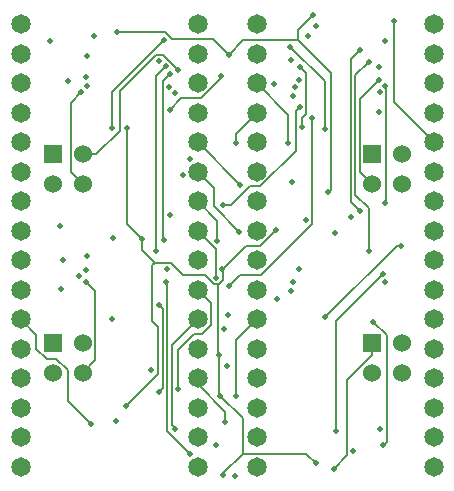
<source format=gbr>
G04 (created by PCBNEW (2013-jul-07)-stable) date Tue 06 Dec 2016 12:22:59 PM PST*
%MOIN*%
G04 Gerber Fmt 3.4, Leading zero omitted, Abs format*
%FSLAX34Y34*%
G01*
G70*
G90*
G04 APERTURE LIST*
%ADD10C,0.00590551*%
%ADD11R,0.06X0.06*%
%ADD12C,0.06*%
%ADD13C,0.065*%
%ADD14C,0.02*%
%ADD15C,0.007*%
G04 APERTURE END LIST*
G54D10*
G54D11*
X21744Y-24500D03*
G54D12*
X21744Y-25500D03*
X22744Y-24500D03*
X22744Y-25500D03*
G54D11*
X21744Y-30799D03*
G54D12*
X21744Y-31799D03*
X22744Y-30799D03*
X22744Y-31799D03*
G54D11*
X32374Y-24500D03*
G54D12*
X32374Y-25500D03*
X33374Y-24500D03*
X33374Y-25500D03*
G54D11*
X32374Y-30799D03*
G54D12*
X32374Y-31799D03*
X33374Y-30799D03*
X33374Y-31799D03*
G54D13*
X28543Y-28051D03*
X28543Y-29035D03*
X28543Y-30019D03*
X28543Y-31003D03*
X28543Y-31988D03*
X28543Y-32972D03*
X28543Y-33956D03*
X28543Y-34940D03*
X34448Y-34940D03*
X34448Y-33956D03*
X34448Y-32972D03*
X34448Y-31988D03*
X34448Y-31003D03*
X34448Y-30019D03*
X34448Y-29035D03*
X34448Y-28051D03*
X28543Y-20177D03*
X28543Y-21161D03*
X28543Y-22145D03*
X28543Y-23129D03*
X28543Y-24114D03*
X28543Y-25098D03*
X28543Y-26082D03*
X28543Y-27066D03*
X34448Y-27066D03*
X34448Y-26082D03*
X34448Y-25098D03*
X34448Y-24114D03*
X34448Y-23129D03*
X34448Y-22145D03*
X34448Y-21161D03*
X34448Y-20177D03*
X20669Y-28051D03*
X20669Y-29035D03*
X20669Y-30019D03*
X20669Y-31003D03*
X20669Y-31988D03*
X20669Y-32972D03*
X20669Y-33956D03*
X20669Y-34940D03*
X26574Y-34940D03*
X26574Y-33956D03*
X26574Y-32972D03*
X26574Y-31988D03*
X26574Y-31003D03*
X26574Y-30019D03*
X26574Y-29035D03*
X26574Y-28051D03*
X20669Y-20177D03*
X20669Y-21161D03*
X20669Y-22145D03*
X20669Y-23129D03*
X20669Y-24114D03*
X20669Y-25098D03*
X20669Y-26082D03*
X20669Y-27066D03*
X26574Y-27066D03*
X26574Y-26082D03*
X26574Y-25098D03*
X26574Y-24114D03*
X26574Y-23129D03*
X26574Y-22145D03*
X26574Y-21161D03*
X26574Y-20177D03*
G54D14*
X24212Y-23655D03*
X30500Y-34818D03*
X27313Y-32568D03*
X27433Y-35208D03*
X31145Y-27151D03*
X27393Y-28336D03*
X27272Y-31201D03*
X24704Y-27325D03*
X22095Y-28028D03*
X29168Y-27050D03*
X24181Y-32913D03*
X27410Y-26211D03*
X29981Y-22928D03*
X27615Y-28908D03*
X30386Y-23292D03*
X25463Y-20717D03*
X23730Y-23656D03*
X27440Y-30339D03*
X23720Y-30021D03*
X29648Y-20929D03*
X30807Y-23679D03*
X33361Y-27558D03*
X30832Y-29953D03*
X27354Y-21904D03*
X25637Y-23031D03*
X25283Y-32442D03*
X25268Y-29551D03*
X32810Y-20743D03*
X32607Y-23100D03*
X32755Y-34217D03*
X32419Y-30093D03*
X25924Y-21722D03*
X25547Y-28347D03*
X32606Y-22028D03*
X32270Y-27730D03*
X32283Y-21430D03*
X25184Y-27730D03*
X25519Y-21586D03*
X25637Y-21851D03*
X25451Y-27380D03*
X32612Y-21605D03*
X29728Y-25432D03*
X22690Y-22440D03*
X29759Y-22562D03*
X22839Y-28773D03*
X29693Y-29064D03*
X31102Y-34997D03*
X23121Y-20586D03*
X23737Y-27321D03*
X30242Y-20573D03*
X30176Y-26723D03*
X22887Y-21253D03*
X29690Y-21369D03*
X27571Y-29874D03*
X22896Y-27911D03*
X30063Y-23610D03*
X29985Y-21593D03*
X29219Y-29336D03*
X23001Y-33493D03*
X29595Y-24131D03*
X27862Y-32569D03*
X22245Y-22078D03*
X22001Y-29014D03*
X29115Y-22185D03*
X27842Y-24146D03*
X26304Y-24668D03*
X22863Y-21947D03*
X22860Y-28363D03*
X29958Y-22050D03*
X29960Y-28347D03*
X27986Y-25525D03*
X27496Y-33450D03*
X33113Y-20063D03*
X26079Y-25213D03*
X22869Y-22233D03*
X22627Y-28571D03*
X29809Y-22284D03*
X29735Y-28771D03*
X27953Y-27097D03*
X25824Y-22467D03*
X26311Y-34495D03*
X25523Y-28764D03*
X32647Y-22452D03*
X32662Y-33664D03*
X32814Y-28767D03*
X27224Y-27421D03*
X27802Y-35251D03*
X31698Y-26614D03*
X25625Y-22274D03*
X32818Y-26130D03*
X32817Y-22237D03*
X31170Y-33755D03*
X32745Y-28495D03*
X27192Y-28628D03*
X31764Y-34394D03*
X25269Y-21411D03*
X31998Y-21030D03*
X31988Y-26415D03*
X23862Y-33393D03*
X27197Y-34213D03*
X30422Y-19866D03*
X21640Y-20748D03*
X27551Y-31560D03*
X23898Y-20449D03*
X27603Y-21194D03*
X21975Y-26895D03*
X30930Y-25789D03*
X25031Y-31708D03*
X30514Y-20239D03*
X25909Y-32349D03*
X25814Y-33658D03*
X25639Y-26540D03*
G54D15*
X30177Y-34496D02*
X28068Y-34496D01*
X30500Y-34818D02*
X30177Y-34496D01*
X27433Y-35131D02*
X27433Y-35208D01*
X28068Y-34496D02*
X27433Y-35131D01*
X28068Y-33323D02*
X27313Y-32568D01*
X28068Y-34496D02*
X28068Y-33323D01*
X27415Y-28336D02*
X27393Y-28336D01*
X24704Y-27710D02*
X25134Y-28139D01*
X24704Y-27325D02*
X24704Y-27710D01*
X24212Y-26833D02*
X24704Y-27325D01*
X24212Y-23655D02*
X24212Y-26833D01*
X28659Y-27559D02*
X29168Y-27050D01*
X28192Y-27559D02*
X28659Y-27559D01*
X27415Y-28336D02*
X28192Y-27559D01*
X27277Y-28833D02*
X27235Y-28833D01*
X27415Y-28696D02*
X27277Y-28833D01*
X27415Y-28336D02*
X27415Y-28696D01*
X25696Y-28139D02*
X25134Y-28139D01*
X26095Y-28538D02*
X25696Y-28139D01*
X26812Y-28538D02*
X26095Y-28538D01*
X27107Y-28833D02*
X26812Y-28538D01*
X27235Y-28833D02*
X27107Y-28833D01*
X27272Y-32526D02*
X27272Y-31201D01*
X27313Y-32568D02*
X27272Y-32526D01*
X27235Y-31165D02*
X27272Y-31201D01*
X27235Y-28833D02*
X27235Y-31165D01*
X25250Y-31843D02*
X24181Y-32913D01*
X25250Y-30262D02*
X25250Y-31843D01*
X25055Y-30066D02*
X25250Y-30262D01*
X25055Y-28218D02*
X25055Y-30066D01*
X25134Y-28139D02*
X25055Y-28218D01*
X29849Y-23060D02*
X29981Y-22928D01*
X29849Y-24401D02*
X29849Y-23060D01*
X28660Y-25590D02*
X29849Y-24401D01*
X28314Y-25590D02*
X28660Y-25590D01*
X27693Y-26211D02*
X28314Y-25590D01*
X27410Y-26211D02*
X27693Y-26211D01*
X30386Y-26827D02*
X30386Y-23292D01*
X28671Y-28543D02*
X30386Y-26827D01*
X27980Y-28543D02*
X28671Y-28543D01*
X27615Y-28908D02*
X27980Y-28543D01*
X23730Y-22450D02*
X25463Y-20717D01*
X23730Y-23656D02*
X23730Y-22450D01*
X30807Y-22087D02*
X29648Y-20929D01*
X30807Y-23679D02*
X30807Y-22087D01*
X33227Y-27558D02*
X33361Y-27558D01*
X30832Y-29953D02*
X33227Y-27558D01*
X26014Y-22654D02*
X25637Y-23031D01*
X26682Y-22654D02*
X26014Y-22654D01*
X27354Y-21982D02*
X26682Y-22654D01*
X27354Y-21904D02*
X27354Y-21982D01*
X25407Y-29689D02*
X25268Y-29551D01*
X25407Y-32318D02*
X25407Y-29689D01*
X25283Y-32442D02*
X25407Y-32318D01*
X32874Y-30547D02*
X32419Y-30093D01*
X32874Y-34099D02*
X32874Y-30547D01*
X32755Y-34217D02*
X32874Y-34099D01*
X23199Y-24500D02*
X22744Y-24500D01*
X23971Y-23728D02*
X23199Y-24500D01*
X23971Y-22414D02*
X23971Y-23728D01*
X25191Y-21193D02*
X23971Y-22414D01*
X25423Y-21193D02*
X25191Y-21193D01*
X25924Y-21694D02*
X25423Y-21193D01*
X25924Y-21722D02*
X25924Y-21694D01*
X31968Y-22666D02*
X32606Y-22028D01*
X31968Y-25094D02*
X31968Y-22666D01*
X32374Y-25500D02*
X31968Y-25094D01*
X31827Y-21885D02*
X32283Y-21430D01*
X31827Y-25862D02*
X31827Y-21885D01*
X32270Y-26306D02*
X31827Y-25862D01*
X32270Y-27730D02*
X32270Y-26306D01*
X25184Y-21921D02*
X25519Y-21586D01*
X25184Y-27730D02*
X25184Y-21921D01*
X25417Y-27346D02*
X25451Y-27380D01*
X25417Y-22071D02*
X25417Y-27346D01*
X25637Y-21851D02*
X25417Y-22071D01*
X22336Y-22794D02*
X22690Y-22440D01*
X22336Y-25092D02*
X22336Y-22794D01*
X22744Y-25500D02*
X22336Y-25092D01*
X23153Y-29088D02*
X22839Y-28773D01*
X23153Y-31389D02*
X23153Y-29088D01*
X22744Y-31799D02*
X23153Y-31389D01*
X31552Y-34547D02*
X31102Y-34997D01*
X31552Y-32026D02*
X31552Y-34547D01*
X32374Y-31204D02*
X31552Y-32026D01*
X32374Y-30799D02*
X32374Y-31204D01*
X30063Y-23312D02*
X30063Y-23610D01*
X30186Y-23189D02*
X30063Y-23312D01*
X30186Y-21794D02*
X30186Y-23189D01*
X29985Y-21593D02*
X30186Y-21794D01*
X22244Y-32736D02*
X23001Y-33493D01*
X22244Y-31724D02*
X22244Y-32736D01*
X21864Y-31344D02*
X22244Y-31724D01*
X21534Y-31344D02*
X21864Y-31344D01*
X21194Y-31004D02*
X21534Y-31344D01*
X21194Y-30544D02*
X21194Y-31004D01*
X20669Y-30019D02*
X21194Y-30544D01*
X29595Y-23197D02*
X29595Y-24131D01*
X28543Y-22145D02*
X29595Y-23197D01*
X27862Y-32569D02*
X27862Y-32569D01*
X27862Y-30700D02*
X27862Y-32569D01*
X28543Y-30019D02*
X27862Y-30700D01*
X27842Y-23830D02*
X27842Y-24146D01*
X28543Y-23129D02*
X27842Y-23830D01*
X26574Y-24114D02*
X27986Y-25525D01*
X26574Y-32170D02*
X26574Y-31988D01*
X27496Y-33091D02*
X26574Y-32170D01*
X27496Y-33450D02*
X27496Y-33091D01*
X33113Y-22778D02*
X34448Y-24114D01*
X33113Y-20063D02*
X33113Y-22778D01*
X27106Y-26250D02*
X27953Y-27097D01*
X27106Y-25630D02*
X27106Y-26250D01*
X26574Y-25098D02*
X27106Y-25630D01*
X25563Y-33747D02*
X26311Y-34495D01*
X25563Y-28804D02*
X25563Y-33747D01*
X25523Y-28764D02*
X25563Y-28804D01*
X27224Y-26732D02*
X27224Y-27421D01*
X26574Y-26082D02*
X27224Y-26732D01*
X32858Y-22279D02*
X32817Y-22237D01*
X32858Y-26090D02*
X32858Y-22279D01*
X32818Y-26130D02*
X32858Y-26090D01*
X31170Y-30070D02*
X32745Y-28495D01*
X31170Y-33755D02*
X31170Y-30070D01*
X27188Y-28624D02*
X27192Y-28628D01*
X27188Y-27680D02*
X27188Y-28624D01*
X26574Y-27066D02*
X27188Y-27680D01*
X31678Y-26105D02*
X31988Y-26415D01*
X31678Y-21350D02*
X31678Y-26105D01*
X31998Y-21030D02*
X31678Y-21350D01*
X28085Y-20712D02*
X29923Y-20712D01*
X27603Y-21194D02*
X28085Y-20712D01*
X29923Y-20364D02*
X30422Y-19866D01*
X29923Y-20712D02*
X29923Y-20364D01*
X27077Y-20669D02*
X27603Y-21194D01*
X25714Y-20669D02*
X27077Y-20669D01*
X25494Y-20449D02*
X25714Y-20669D01*
X23898Y-20449D02*
X25494Y-20449D01*
X31029Y-21817D02*
X29923Y-20712D01*
X31029Y-25691D02*
X31029Y-21817D01*
X30930Y-25789D02*
X31029Y-25691D01*
X25909Y-31038D02*
X25909Y-32349D01*
X26435Y-30511D02*
X25909Y-31038D01*
X26710Y-30511D02*
X26435Y-30511D01*
X27013Y-30208D02*
X26710Y-30511D01*
X27013Y-29474D02*
X27013Y-30208D01*
X26574Y-29035D02*
X27013Y-29474D01*
X25703Y-33547D02*
X25814Y-33658D01*
X25703Y-30890D02*
X25703Y-33547D01*
X26574Y-30019D02*
X25703Y-30890D01*
M02*

</source>
